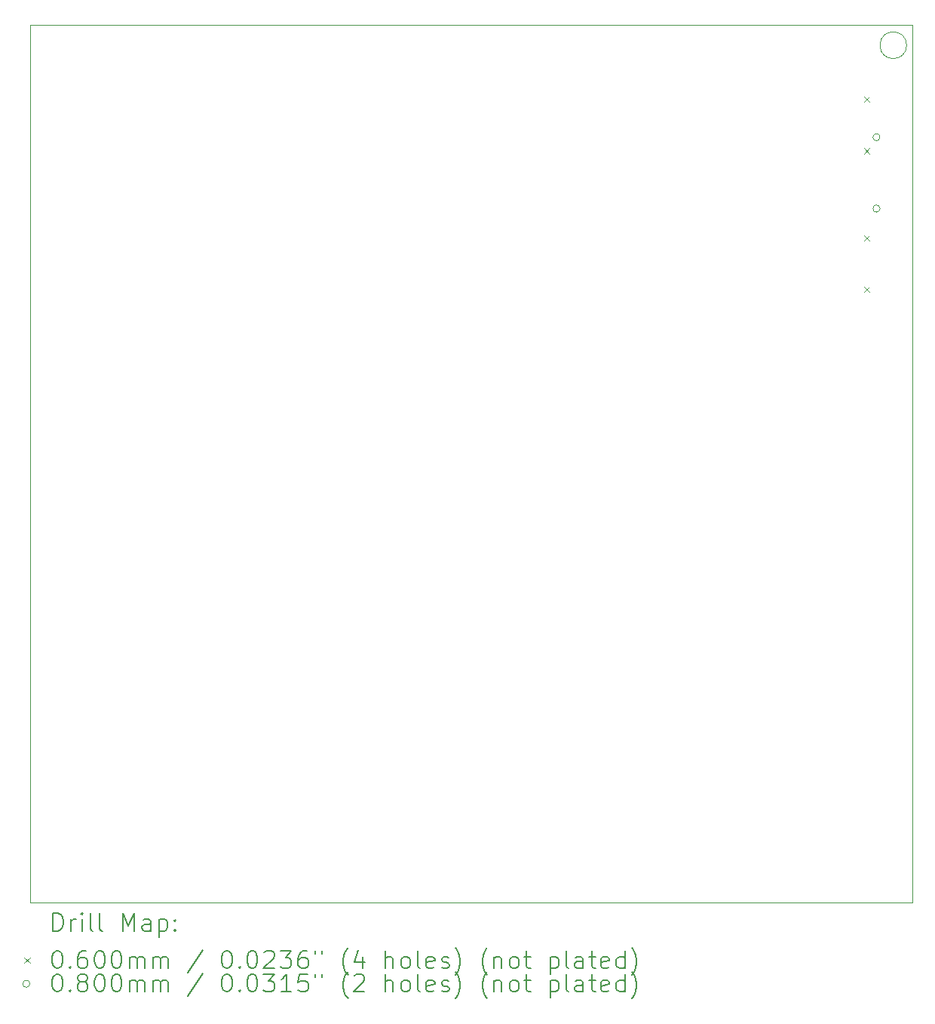
<source format=gbr>
%TF.GenerationSoftware,KiCad,Pcbnew,9.0.2-2.fc42*%
%TF.CreationDate,2025-07-05T18:11:29+03:00*%
%TF.ProjectId,QMTECH_XC7A100T-Expantion-Board,514d5445-4348-45f5-9843-374131303054,rev?*%
%TF.SameCoordinates,Original*%
%TF.FileFunction,Drillmap*%
%TF.FilePolarity,Positive*%
%FSLAX45Y45*%
G04 Gerber Fmt 4.5, Leading zero omitted, Abs format (unit mm)*
G04 Created by KiCad (PCBNEW 9.0.2-2.fc42) date 2025-07-05 18:11:29*
%MOMM*%
%LPD*%
G01*
G04 APERTURE LIST*
%ADD10C,0.100000*%
%ADD11C,0.200000*%
G04 APERTURE END LIST*
D10*
X15935960Y-4221480D02*
G75*
G02*
X15636240Y-4221480I-149860J0D01*
G01*
X15636240Y-4221480D02*
G75*
G02*
X15935960Y-4221480I149860J0D01*
G01*
X6096000Y-3991396D02*
X16002000Y-3991396D01*
X16002000Y-13843000D01*
X6096000Y-13843000D01*
X6096000Y-3991396D01*
D11*
D10*
X15460100Y-4799100D02*
X15520100Y-4859100D01*
X15520100Y-4799100D02*
X15460100Y-4859100D01*
X15460100Y-5377100D02*
X15520100Y-5437100D01*
X15520100Y-5377100D02*
X15460100Y-5437100D01*
X15460760Y-6356320D02*
X15520760Y-6416320D01*
X15520760Y-6356320D02*
X15460760Y-6416320D01*
X15460760Y-6934320D02*
X15520760Y-6994320D01*
X15520760Y-6934320D02*
X15460760Y-6994320D01*
X15637380Y-5253820D02*
G75*
G02*
X15557380Y-5253820I-40000J0D01*
G01*
X15557380Y-5253820D02*
G75*
G02*
X15637380Y-5253820I40000J0D01*
G01*
X15637380Y-6053820D02*
G75*
G02*
X15557380Y-6053820I-40000J0D01*
G01*
X15557380Y-6053820D02*
G75*
G02*
X15637380Y-6053820I40000J0D01*
G01*
D11*
X6351777Y-14159484D02*
X6351777Y-13959484D01*
X6351777Y-13959484D02*
X6399396Y-13959484D01*
X6399396Y-13959484D02*
X6427967Y-13969008D01*
X6427967Y-13969008D02*
X6447015Y-13988055D01*
X6447015Y-13988055D02*
X6456539Y-14007103D01*
X6456539Y-14007103D02*
X6466062Y-14045198D01*
X6466062Y-14045198D02*
X6466062Y-14073769D01*
X6466062Y-14073769D02*
X6456539Y-14111865D01*
X6456539Y-14111865D02*
X6447015Y-14130912D01*
X6447015Y-14130912D02*
X6427967Y-14149960D01*
X6427967Y-14149960D02*
X6399396Y-14159484D01*
X6399396Y-14159484D02*
X6351777Y-14159484D01*
X6551777Y-14159484D02*
X6551777Y-14026150D01*
X6551777Y-14064246D02*
X6561301Y-14045198D01*
X6561301Y-14045198D02*
X6570824Y-14035674D01*
X6570824Y-14035674D02*
X6589872Y-14026150D01*
X6589872Y-14026150D02*
X6608920Y-14026150D01*
X6675586Y-14159484D02*
X6675586Y-14026150D01*
X6675586Y-13959484D02*
X6666062Y-13969008D01*
X6666062Y-13969008D02*
X6675586Y-13978531D01*
X6675586Y-13978531D02*
X6685110Y-13969008D01*
X6685110Y-13969008D02*
X6675586Y-13959484D01*
X6675586Y-13959484D02*
X6675586Y-13978531D01*
X6799396Y-14159484D02*
X6780348Y-14149960D01*
X6780348Y-14149960D02*
X6770824Y-14130912D01*
X6770824Y-14130912D02*
X6770824Y-13959484D01*
X6904158Y-14159484D02*
X6885110Y-14149960D01*
X6885110Y-14149960D02*
X6875586Y-14130912D01*
X6875586Y-14130912D02*
X6875586Y-13959484D01*
X7132729Y-14159484D02*
X7132729Y-13959484D01*
X7132729Y-13959484D02*
X7199396Y-14102341D01*
X7199396Y-14102341D02*
X7266062Y-13959484D01*
X7266062Y-13959484D02*
X7266062Y-14159484D01*
X7447015Y-14159484D02*
X7447015Y-14054722D01*
X7447015Y-14054722D02*
X7437491Y-14035674D01*
X7437491Y-14035674D02*
X7418443Y-14026150D01*
X7418443Y-14026150D02*
X7380348Y-14026150D01*
X7380348Y-14026150D02*
X7361301Y-14035674D01*
X7447015Y-14149960D02*
X7427967Y-14159484D01*
X7427967Y-14159484D02*
X7380348Y-14159484D01*
X7380348Y-14159484D02*
X7361301Y-14149960D01*
X7361301Y-14149960D02*
X7351777Y-14130912D01*
X7351777Y-14130912D02*
X7351777Y-14111865D01*
X7351777Y-14111865D02*
X7361301Y-14092817D01*
X7361301Y-14092817D02*
X7380348Y-14083293D01*
X7380348Y-14083293D02*
X7427967Y-14083293D01*
X7427967Y-14083293D02*
X7447015Y-14073769D01*
X7542253Y-14026150D02*
X7542253Y-14226150D01*
X7542253Y-14035674D02*
X7561301Y-14026150D01*
X7561301Y-14026150D02*
X7599396Y-14026150D01*
X7599396Y-14026150D02*
X7618443Y-14035674D01*
X7618443Y-14035674D02*
X7627967Y-14045198D01*
X7627967Y-14045198D02*
X7637491Y-14064246D01*
X7637491Y-14064246D02*
X7637491Y-14121388D01*
X7637491Y-14121388D02*
X7627967Y-14140436D01*
X7627967Y-14140436D02*
X7618443Y-14149960D01*
X7618443Y-14149960D02*
X7599396Y-14159484D01*
X7599396Y-14159484D02*
X7561301Y-14159484D01*
X7561301Y-14159484D02*
X7542253Y-14149960D01*
X7723205Y-14140436D02*
X7732729Y-14149960D01*
X7732729Y-14149960D02*
X7723205Y-14159484D01*
X7723205Y-14159484D02*
X7713682Y-14149960D01*
X7713682Y-14149960D02*
X7723205Y-14140436D01*
X7723205Y-14140436D02*
X7723205Y-14159484D01*
X7723205Y-14035674D02*
X7732729Y-14045198D01*
X7732729Y-14045198D02*
X7723205Y-14054722D01*
X7723205Y-14054722D02*
X7713682Y-14045198D01*
X7713682Y-14045198D02*
X7723205Y-14035674D01*
X7723205Y-14035674D02*
X7723205Y-14054722D01*
D10*
X6031000Y-14458000D02*
X6091000Y-14518000D01*
X6091000Y-14458000D02*
X6031000Y-14518000D01*
D11*
X6389872Y-14379484D02*
X6408920Y-14379484D01*
X6408920Y-14379484D02*
X6427967Y-14389008D01*
X6427967Y-14389008D02*
X6437491Y-14398531D01*
X6437491Y-14398531D02*
X6447015Y-14417579D01*
X6447015Y-14417579D02*
X6456539Y-14455674D01*
X6456539Y-14455674D02*
X6456539Y-14503293D01*
X6456539Y-14503293D02*
X6447015Y-14541388D01*
X6447015Y-14541388D02*
X6437491Y-14560436D01*
X6437491Y-14560436D02*
X6427967Y-14569960D01*
X6427967Y-14569960D02*
X6408920Y-14579484D01*
X6408920Y-14579484D02*
X6389872Y-14579484D01*
X6389872Y-14579484D02*
X6370824Y-14569960D01*
X6370824Y-14569960D02*
X6361301Y-14560436D01*
X6361301Y-14560436D02*
X6351777Y-14541388D01*
X6351777Y-14541388D02*
X6342253Y-14503293D01*
X6342253Y-14503293D02*
X6342253Y-14455674D01*
X6342253Y-14455674D02*
X6351777Y-14417579D01*
X6351777Y-14417579D02*
X6361301Y-14398531D01*
X6361301Y-14398531D02*
X6370824Y-14389008D01*
X6370824Y-14389008D02*
X6389872Y-14379484D01*
X6542253Y-14560436D02*
X6551777Y-14569960D01*
X6551777Y-14569960D02*
X6542253Y-14579484D01*
X6542253Y-14579484D02*
X6532729Y-14569960D01*
X6532729Y-14569960D02*
X6542253Y-14560436D01*
X6542253Y-14560436D02*
X6542253Y-14579484D01*
X6723205Y-14379484D02*
X6685110Y-14379484D01*
X6685110Y-14379484D02*
X6666062Y-14389008D01*
X6666062Y-14389008D02*
X6656539Y-14398531D01*
X6656539Y-14398531D02*
X6637491Y-14427103D01*
X6637491Y-14427103D02*
X6627967Y-14465198D01*
X6627967Y-14465198D02*
X6627967Y-14541388D01*
X6627967Y-14541388D02*
X6637491Y-14560436D01*
X6637491Y-14560436D02*
X6647015Y-14569960D01*
X6647015Y-14569960D02*
X6666062Y-14579484D01*
X6666062Y-14579484D02*
X6704158Y-14579484D01*
X6704158Y-14579484D02*
X6723205Y-14569960D01*
X6723205Y-14569960D02*
X6732729Y-14560436D01*
X6732729Y-14560436D02*
X6742253Y-14541388D01*
X6742253Y-14541388D02*
X6742253Y-14493769D01*
X6742253Y-14493769D02*
X6732729Y-14474722D01*
X6732729Y-14474722D02*
X6723205Y-14465198D01*
X6723205Y-14465198D02*
X6704158Y-14455674D01*
X6704158Y-14455674D02*
X6666062Y-14455674D01*
X6666062Y-14455674D02*
X6647015Y-14465198D01*
X6647015Y-14465198D02*
X6637491Y-14474722D01*
X6637491Y-14474722D02*
X6627967Y-14493769D01*
X6866062Y-14379484D02*
X6885110Y-14379484D01*
X6885110Y-14379484D02*
X6904158Y-14389008D01*
X6904158Y-14389008D02*
X6913682Y-14398531D01*
X6913682Y-14398531D02*
X6923205Y-14417579D01*
X6923205Y-14417579D02*
X6932729Y-14455674D01*
X6932729Y-14455674D02*
X6932729Y-14503293D01*
X6932729Y-14503293D02*
X6923205Y-14541388D01*
X6923205Y-14541388D02*
X6913682Y-14560436D01*
X6913682Y-14560436D02*
X6904158Y-14569960D01*
X6904158Y-14569960D02*
X6885110Y-14579484D01*
X6885110Y-14579484D02*
X6866062Y-14579484D01*
X6866062Y-14579484D02*
X6847015Y-14569960D01*
X6847015Y-14569960D02*
X6837491Y-14560436D01*
X6837491Y-14560436D02*
X6827967Y-14541388D01*
X6827967Y-14541388D02*
X6818443Y-14503293D01*
X6818443Y-14503293D02*
X6818443Y-14455674D01*
X6818443Y-14455674D02*
X6827967Y-14417579D01*
X6827967Y-14417579D02*
X6837491Y-14398531D01*
X6837491Y-14398531D02*
X6847015Y-14389008D01*
X6847015Y-14389008D02*
X6866062Y-14379484D01*
X7056539Y-14379484D02*
X7075586Y-14379484D01*
X7075586Y-14379484D02*
X7094634Y-14389008D01*
X7094634Y-14389008D02*
X7104158Y-14398531D01*
X7104158Y-14398531D02*
X7113682Y-14417579D01*
X7113682Y-14417579D02*
X7123205Y-14455674D01*
X7123205Y-14455674D02*
X7123205Y-14503293D01*
X7123205Y-14503293D02*
X7113682Y-14541388D01*
X7113682Y-14541388D02*
X7104158Y-14560436D01*
X7104158Y-14560436D02*
X7094634Y-14569960D01*
X7094634Y-14569960D02*
X7075586Y-14579484D01*
X7075586Y-14579484D02*
X7056539Y-14579484D01*
X7056539Y-14579484D02*
X7037491Y-14569960D01*
X7037491Y-14569960D02*
X7027967Y-14560436D01*
X7027967Y-14560436D02*
X7018443Y-14541388D01*
X7018443Y-14541388D02*
X7008920Y-14503293D01*
X7008920Y-14503293D02*
X7008920Y-14455674D01*
X7008920Y-14455674D02*
X7018443Y-14417579D01*
X7018443Y-14417579D02*
X7027967Y-14398531D01*
X7027967Y-14398531D02*
X7037491Y-14389008D01*
X7037491Y-14389008D02*
X7056539Y-14379484D01*
X7208920Y-14579484D02*
X7208920Y-14446150D01*
X7208920Y-14465198D02*
X7218443Y-14455674D01*
X7218443Y-14455674D02*
X7237491Y-14446150D01*
X7237491Y-14446150D02*
X7266063Y-14446150D01*
X7266063Y-14446150D02*
X7285110Y-14455674D01*
X7285110Y-14455674D02*
X7294634Y-14474722D01*
X7294634Y-14474722D02*
X7294634Y-14579484D01*
X7294634Y-14474722D02*
X7304158Y-14455674D01*
X7304158Y-14455674D02*
X7323205Y-14446150D01*
X7323205Y-14446150D02*
X7351777Y-14446150D01*
X7351777Y-14446150D02*
X7370824Y-14455674D01*
X7370824Y-14455674D02*
X7380348Y-14474722D01*
X7380348Y-14474722D02*
X7380348Y-14579484D01*
X7475586Y-14579484D02*
X7475586Y-14446150D01*
X7475586Y-14465198D02*
X7485110Y-14455674D01*
X7485110Y-14455674D02*
X7504158Y-14446150D01*
X7504158Y-14446150D02*
X7532729Y-14446150D01*
X7532729Y-14446150D02*
X7551777Y-14455674D01*
X7551777Y-14455674D02*
X7561301Y-14474722D01*
X7561301Y-14474722D02*
X7561301Y-14579484D01*
X7561301Y-14474722D02*
X7570824Y-14455674D01*
X7570824Y-14455674D02*
X7589872Y-14446150D01*
X7589872Y-14446150D02*
X7618443Y-14446150D01*
X7618443Y-14446150D02*
X7637491Y-14455674D01*
X7637491Y-14455674D02*
X7647015Y-14474722D01*
X7647015Y-14474722D02*
X7647015Y-14579484D01*
X8037491Y-14369960D02*
X7866063Y-14627103D01*
X8294634Y-14379484D02*
X8313682Y-14379484D01*
X8313682Y-14379484D02*
X8332729Y-14389008D01*
X8332729Y-14389008D02*
X8342253Y-14398531D01*
X8342253Y-14398531D02*
X8351777Y-14417579D01*
X8351777Y-14417579D02*
X8361301Y-14455674D01*
X8361301Y-14455674D02*
X8361301Y-14503293D01*
X8361301Y-14503293D02*
X8351777Y-14541388D01*
X8351777Y-14541388D02*
X8342253Y-14560436D01*
X8342253Y-14560436D02*
X8332729Y-14569960D01*
X8332729Y-14569960D02*
X8313682Y-14579484D01*
X8313682Y-14579484D02*
X8294634Y-14579484D01*
X8294634Y-14579484D02*
X8275586Y-14569960D01*
X8275586Y-14569960D02*
X8266063Y-14560436D01*
X8266063Y-14560436D02*
X8256539Y-14541388D01*
X8256539Y-14541388D02*
X8247015Y-14503293D01*
X8247015Y-14503293D02*
X8247015Y-14455674D01*
X8247015Y-14455674D02*
X8256539Y-14417579D01*
X8256539Y-14417579D02*
X8266063Y-14398531D01*
X8266063Y-14398531D02*
X8275586Y-14389008D01*
X8275586Y-14389008D02*
X8294634Y-14379484D01*
X8447015Y-14560436D02*
X8456539Y-14569960D01*
X8456539Y-14569960D02*
X8447015Y-14579484D01*
X8447015Y-14579484D02*
X8437491Y-14569960D01*
X8437491Y-14569960D02*
X8447015Y-14560436D01*
X8447015Y-14560436D02*
X8447015Y-14579484D01*
X8580348Y-14379484D02*
X8599396Y-14379484D01*
X8599396Y-14379484D02*
X8618444Y-14389008D01*
X8618444Y-14389008D02*
X8627968Y-14398531D01*
X8627968Y-14398531D02*
X8637491Y-14417579D01*
X8637491Y-14417579D02*
X8647015Y-14455674D01*
X8647015Y-14455674D02*
X8647015Y-14503293D01*
X8647015Y-14503293D02*
X8637491Y-14541388D01*
X8637491Y-14541388D02*
X8627968Y-14560436D01*
X8627968Y-14560436D02*
X8618444Y-14569960D01*
X8618444Y-14569960D02*
X8599396Y-14579484D01*
X8599396Y-14579484D02*
X8580348Y-14579484D01*
X8580348Y-14579484D02*
X8561301Y-14569960D01*
X8561301Y-14569960D02*
X8551777Y-14560436D01*
X8551777Y-14560436D02*
X8542253Y-14541388D01*
X8542253Y-14541388D02*
X8532729Y-14503293D01*
X8532729Y-14503293D02*
X8532729Y-14455674D01*
X8532729Y-14455674D02*
X8542253Y-14417579D01*
X8542253Y-14417579D02*
X8551777Y-14398531D01*
X8551777Y-14398531D02*
X8561301Y-14389008D01*
X8561301Y-14389008D02*
X8580348Y-14379484D01*
X8723206Y-14398531D02*
X8732729Y-14389008D01*
X8732729Y-14389008D02*
X8751777Y-14379484D01*
X8751777Y-14379484D02*
X8799396Y-14379484D01*
X8799396Y-14379484D02*
X8818444Y-14389008D01*
X8818444Y-14389008D02*
X8827968Y-14398531D01*
X8827968Y-14398531D02*
X8837491Y-14417579D01*
X8837491Y-14417579D02*
X8837491Y-14436627D01*
X8837491Y-14436627D02*
X8827968Y-14465198D01*
X8827968Y-14465198D02*
X8713682Y-14579484D01*
X8713682Y-14579484D02*
X8837491Y-14579484D01*
X8904158Y-14379484D02*
X9027968Y-14379484D01*
X9027968Y-14379484D02*
X8961301Y-14455674D01*
X8961301Y-14455674D02*
X8989872Y-14455674D01*
X8989872Y-14455674D02*
X9008920Y-14465198D01*
X9008920Y-14465198D02*
X9018444Y-14474722D01*
X9018444Y-14474722D02*
X9027968Y-14493769D01*
X9027968Y-14493769D02*
X9027968Y-14541388D01*
X9027968Y-14541388D02*
X9018444Y-14560436D01*
X9018444Y-14560436D02*
X9008920Y-14569960D01*
X9008920Y-14569960D02*
X8989872Y-14579484D01*
X8989872Y-14579484D02*
X8932729Y-14579484D01*
X8932729Y-14579484D02*
X8913682Y-14569960D01*
X8913682Y-14569960D02*
X8904158Y-14560436D01*
X9199396Y-14379484D02*
X9161301Y-14379484D01*
X9161301Y-14379484D02*
X9142253Y-14389008D01*
X9142253Y-14389008D02*
X9132729Y-14398531D01*
X9132729Y-14398531D02*
X9113682Y-14427103D01*
X9113682Y-14427103D02*
X9104158Y-14465198D01*
X9104158Y-14465198D02*
X9104158Y-14541388D01*
X9104158Y-14541388D02*
X9113682Y-14560436D01*
X9113682Y-14560436D02*
X9123206Y-14569960D01*
X9123206Y-14569960D02*
X9142253Y-14579484D01*
X9142253Y-14579484D02*
X9180349Y-14579484D01*
X9180349Y-14579484D02*
X9199396Y-14569960D01*
X9199396Y-14569960D02*
X9208920Y-14560436D01*
X9208920Y-14560436D02*
X9218444Y-14541388D01*
X9218444Y-14541388D02*
X9218444Y-14493769D01*
X9218444Y-14493769D02*
X9208920Y-14474722D01*
X9208920Y-14474722D02*
X9199396Y-14465198D01*
X9199396Y-14465198D02*
X9180349Y-14455674D01*
X9180349Y-14455674D02*
X9142253Y-14455674D01*
X9142253Y-14455674D02*
X9123206Y-14465198D01*
X9123206Y-14465198D02*
X9113682Y-14474722D01*
X9113682Y-14474722D02*
X9104158Y-14493769D01*
X9294634Y-14379484D02*
X9294634Y-14417579D01*
X9370825Y-14379484D02*
X9370825Y-14417579D01*
X9666063Y-14655674D02*
X9656539Y-14646150D01*
X9656539Y-14646150D02*
X9637491Y-14617579D01*
X9637491Y-14617579D02*
X9627968Y-14598531D01*
X9627968Y-14598531D02*
X9618444Y-14569960D01*
X9618444Y-14569960D02*
X9608920Y-14522341D01*
X9608920Y-14522341D02*
X9608920Y-14484246D01*
X9608920Y-14484246D02*
X9618444Y-14436627D01*
X9618444Y-14436627D02*
X9627968Y-14408055D01*
X9627968Y-14408055D02*
X9637491Y-14389008D01*
X9637491Y-14389008D02*
X9656539Y-14360436D01*
X9656539Y-14360436D02*
X9666063Y-14350912D01*
X9827968Y-14446150D02*
X9827968Y-14579484D01*
X9780349Y-14369960D02*
X9732730Y-14512817D01*
X9732730Y-14512817D02*
X9856539Y-14512817D01*
X10085111Y-14579484D02*
X10085111Y-14379484D01*
X10170825Y-14579484D02*
X10170825Y-14474722D01*
X10170825Y-14474722D02*
X10161301Y-14455674D01*
X10161301Y-14455674D02*
X10142253Y-14446150D01*
X10142253Y-14446150D02*
X10113682Y-14446150D01*
X10113682Y-14446150D02*
X10094634Y-14455674D01*
X10094634Y-14455674D02*
X10085111Y-14465198D01*
X10294634Y-14579484D02*
X10275587Y-14569960D01*
X10275587Y-14569960D02*
X10266063Y-14560436D01*
X10266063Y-14560436D02*
X10256539Y-14541388D01*
X10256539Y-14541388D02*
X10256539Y-14484246D01*
X10256539Y-14484246D02*
X10266063Y-14465198D01*
X10266063Y-14465198D02*
X10275587Y-14455674D01*
X10275587Y-14455674D02*
X10294634Y-14446150D01*
X10294634Y-14446150D02*
X10323206Y-14446150D01*
X10323206Y-14446150D02*
X10342253Y-14455674D01*
X10342253Y-14455674D02*
X10351777Y-14465198D01*
X10351777Y-14465198D02*
X10361301Y-14484246D01*
X10361301Y-14484246D02*
X10361301Y-14541388D01*
X10361301Y-14541388D02*
X10351777Y-14560436D01*
X10351777Y-14560436D02*
X10342253Y-14569960D01*
X10342253Y-14569960D02*
X10323206Y-14579484D01*
X10323206Y-14579484D02*
X10294634Y-14579484D01*
X10475587Y-14579484D02*
X10456539Y-14569960D01*
X10456539Y-14569960D02*
X10447015Y-14550912D01*
X10447015Y-14550912D02*
X10447015Y-14379484D01*
X10627968Y-14569960D02*
X10608920Y-14579484D01*
X10608920Y-14579484D02*
X10570825Y-14579484D01*
X10570825Y-14579484D02*
X10551777Y-14569960D01*
X10551777Y-14569960D02*
X10542253Y-14550912D01*
X10542253Y-14550912D02*
X10542253Y-14474722D01*
X10542253Y-14474722D02*
X10551777Y-14455674D01*
X10551777Y-14455674D02*
X10570825Y-14446150D01*
X10570825Y-14446150D02*
X10608920Y-14446150D01*
X10608920Y-14446150D02*
X10627968Y-14455674D01*
X10627968Y-14455674D02*
X10637492Y-14474722D01*
X10637492Y-14474722D02*
X10637492Y-14493769D01*
X10637492Y-14493769D02*
X10542253Y-14512817D01*
X10713682Y-14569960D02*
X10732730Y-14579484D01*
X10732730Y-14579484D02*
X10770825Y-14579484D01*
X10770825Y-14579484D02*
X10789873Y-14569960D01*
X10789873Y-14569960D02*
X10799396Y-14550912D01*
X10799396Y-14550912D02*
X10799396Y-14541388D01*
X10799396Y-14541388D02*
X10789873Y-14522341D01*
X10789873Y-14522341D02*
X10770825Y-14512817D01*
X10770825Y-14512817D02*
X10742253Y-14512817D01*
X10742253Y-14512817D02*
X10723206Y-14503293D01*
X10723206Y-14503293D02*
X10713682Y-14484246D01*
X10713682Y-14484246D02*
X10713682Y-14474722D01*
X10713682Y-14474722D02*
X10723206Y-14455674D01*
X10723206Y-14455674D02*
X10742253Y-14446150D01*
X10742253Y-14446150D02*
X10770825Y-14446150D01*
X10770825Y-14446150D02*
X10789873Y-14455674D01*
X10866063Y-14655674D02*
X10875587Y-14646150D01*
X10875587Y-14646150D02*
X10894634Y-14617579D01*
X10894634Y-14617579D02*
X10904158Y-14598531D01*
X10904158Y-14598531D02*
X10913682Y-14569960D01*
X10913682Y-14569960D02*
X10923206Y-14522341D01*
X10923206Y-14522341D02*
X10923206Y-14484246D01*
X10923206Y-14484246D02*
X10913682Y-14436627D01*
X10913682Y-14436627D02*
X10904158Y-14408055D01*
X10904158Y-14408055D02*
X10894634Y-14389008D01*
X10894634Y-14389008D02*
X10875587Y-14360436D01*
X10875587Y-14360436D02*
X10866063Y-14350912D01*
X11227968Y-14655674D02*
X11218444Y-14646150D01*
X11218444Y-14646150D02*
X11199396Y-14617579D01*
X11199396Y-14617579D02*
X11189872Y-14598531D01*
X11189872Y-14598531D02*
X11180349Y-14569960D01*
X11180349Y-14569960D02*
X11170825Y-14522341D01*
X11170825Y-14522341D02*
X11170825Y-14484246D01*
X11170825Y-14484246D02*
X11180349Y-14436627D01*
X11180349Y-14436627D02*
X11189872Y-14408055D01*
X11189872Y-14408055D02*
X11199396Y-14389008D01*
X11199396Y-14389008D02*
X11218444Y-14360436D01*
X11218444Y-14360436D02*
X11227968Y-14350912D01*
X11304158Y-14446150D02*
X11304158Y-14579484D01*
X11304158Y-14465198D02*
X11313682Y-14455674D01*
X11313682Y-14455674D02*
X11332730Y-14446150D01*
X11332730Y-14446150D02*
X11361301Y-14446150D01*
X11361301Y-14446150D02*
X11380349Y-14455674D01*
X11380349Y-14455674D02*
X11389872Y-14474722D01*
X11389872Y-14474722D02*
X11389872Y-14579484D01*
X11513682Y-14579484D02*
X11494634Y-14569960D01*
X11494634Y-14569960D02*
X11485111Y-14560436D01*
X11485111Y-14560436D02*
X11475587Y-14541388D01*
X11475587Y-14541388D02*
X11475587Y-14484246D01*
X11475587Y-14484246D02*
X11485111Y-14465198D01*
X11485111Y-14465198D02*
X11494634Y-14455674D01*
X11494634Y-14455674D02*
X11513682Y-14446150D01*
X11513682Y-14446150D02*
X11542253Y-14446150D01*
X11542253Y-14446150D02*
X11561301Y-14455674D01*
X11561301Y-14455674D02*
X11570825Y-14465198D01*
X11570825Y-14465198D02*
X11580349Y-14484246D01*
X11580349Y-14484246D02*
X11580349Y-14541388D01*
X11580349Y-14541388D02*
X11570825Y-14560436D01*
X11570825Y-14560436D02*
X11561301Y-14569960D01*
X11561301Y-14569960D02*
X11542253Y-14579484D01*
X11542253Y-14579484D02*
X11513682Y-14579484D01*
X11637492Y-14446150D02*
X11713682Y-14446150D01*
X11666063Y-14379484D02*
X11666063Y-14550912D01*
X11666063Y-14550912D02*
X11675587Y-14569960D01*
X11675587Y-14569960D02*
X11694634Y-14579484D01*
X11694634Y-14579484D02*
X11713682Y-14579484D01*
X11932730Y-14446150D02*
X11932730Y-14646150D01*
X11932730Y-14455674D02*
X11951777Y-14446150D01*
X11951777Y-14446150D02*
X11989873Y-14446150D01*
X11989873Y-14446150D02*
X12008920Y-14455674D01*
X12008920Y-14455674D02*
X12018444Y-14465198D01*
X12018444Y-14465198D02*
X12027968Y-14484246D01*
X12027968Y-14484246D02*
X12027968Y-14541388D01*
X12027968Y-14541388D02*
X12018444Y-14560436D01*
X12018444Y-14560436D02*
X12008920Y-14569960D01*
X12008920Y-14569960D02*
X11989873Y-14579484D01*
X11989873Y-14579484D02*
X11951777Y-14579484D01*
X11951777Y-14579484D02*
X11932730Y-14569960D01*
X12142253Y-14579484D02*
X12123206Y-14569960D01*
X12123206Y-14569960D02*
X12113682Y-14550912D01*
X12113682Y-14550912D02*
X12113682Y-14379484D01*
X12304158Y-14579484D02*
X12304158Y-14474722D01*
X12304158Y-14474722D02*
X12294634Y-14455674D01*
X12294634Y-14455674D02*
X12275587Y-14446150D01*
X12275587Y-14446150D02*
X12237492Y-14446150D01*
X12237492Y-14446150D02*
X12218444Y-14455674D01*
X12304158Y-14569960D02*
X12285111Y-14579484D01*
X12285111Y-14579484D02*
X12237492Y-14579484D01*
X12237492Y-14579484D02*
X12218444Y-14569960D01*
X12218444Y-14569960D02*
X12208920Y-14550912D01*
X12208920Y-14550912D02*
X12208920Y-14531865D01*
X12208920Y-14531865D02*
X12218444Y-14512817D01*
X12218444Y-14512817D02*
X12237492Y-14503293D01*
X12237492Y-14503293D02*
X12285111Y-14503293D01*
X12285111Y-14503293D02*
X12304158Y-14493769D01*
X12370825Y-14446150D02*
X12447015Y-14446150D01*
X12399396Y-14379484D02*
X12399396Y-14550912D01*
X12399396Y-14550912D02*
X12408920Y-14569960D01*
X12408920Y-14569960D02*
X12427968Y-14579484D01*
X12427968Y-14579484D02*
X12447015Y-14579484D01*
X12589873Y-14569960D02*
X12570825Y-14579484D01*
X12570825Y-14579484D02*
X12532730Y-14579484D01*
X12532730Y-14579484D02*
X12513682Y-14569960D01*
X12513682Y-14569960D02*
X12504158Y-14550912D01*
X12504158Y-14550912D02*
X12504158Y-14474722D01*
X12504158Y-14474722D02*
X12513682Y-14455674D01*
X12513682Y-14455674D02*
X12532730Y-14446150D01*
X12532730Y-14446150D02*
X12570825Y-14446150D01*
X12570825Y-14446150D02*
X12589873Y-14455674D01*
X12589873Y-14455674D02*
X12599396Y-14474722D01*
X12599396Y-14474722D02*
X12599396Y-14493769D01*
X12599396Y-14493769D02*
X12504158Y-14512817D01*
X12770825Y-14579484D02*
X12770825Y-14379484D01*
X12770825Y-14569960D02*
X12751777Y-14579484D01*
X12751777Y-14579484D02*
X12713682Y-14579484D01*
X12713682Y-14579484D02*
X12694634Y-14569960D01*
X12694634Y-14569960D02*
X12685111Y-14560436D01*
X12685111Y-14560436D02*
X12675587Y-14541388D01*
X12675587Y-14541388D02*
X12675587Y-14484246D01*
X12675587Y-14484246D02*
X12685111Y-14465198D01*
X12685111Y-14465198D02*
X12694634Y-14455674D01*
X12694634Y-14455674D02*
X12713682Y-14446150D01*
X12713682Y-14446150D02*
X12751777Y-14446150D01*
X12751777Y-14446150D02*
X12770825Y-14455674D01*
X12847015Y-14655674D02*
X12856539Y-14646150D01*
X12856539Y-14646150D02*
X12875587Y-14617579D01*
X12875587Y-14617579D02*
X12885111Y-14598531D01*
X12885111Y-14598531D02*
X12894634Y-14569960D01*
X12894634Y-14569960D02*
X12904158Y-14522341D01*
X12904158Y-14522341D02*
X12904158Y-14484246D01*
X12904158Y-14484246D02*
X12894634Y-14436627D01*
X12894634Y-14436627D02*
X12885111Y-14408055D01*
X12885111Y-14408055D02*
X12875587Y-14389008D01*
X12875587Y-14389008D02*
X12856539Y-14360436D01*
X12856539Y-14360436D02*
X12847015Y-14350912D01*
D10*
X6091000Y-14752000D02*
G75*
G02*
X6011000Y-14752000I-40000J0D01*
G01*
X6011000Y-14752000D02*
G75*
G02*
X6091000Y-14752000I40000J0D01*
G01*
D11*
X6389872Y-14643484D02*
X6408920Y-14643484D01*
X6408920Y-14643484D02*
X6427967Y-14653008D01*
X6427967Y-14653008D02*
X6437491Y-14662531D01*
X6437491Y-14662531D02*
X6447015Y-14681579D01*
X6447015Y-14681579D02*
X6456539Y-14719674D01*
X6456539Y-14719674D02*
X6456539Y-14767293D01*
X6456539Y-14767293D02*
X6447015Y-14805388D01*
X6447015Y-14805388D02*
X6437491Y-14824436D01*
X6437491Y-14824436D02*
X6427967Y-14833960D01*
X6427967Y-14833960D02*
X6408920Y-14843484D01*
X6408920Y-14843484D02*
X6389872Y-14843484D01*
X6389872Y-14843484D02*
X6370824Y-14833960D01*
X6370824Y-14833960D02*
X6361301Y-14824436D01*
X6361301Y-14824436D02*
X6351777Y-14805388D01*
X6351777Y-14805388D02*
X6342253Y-14767293D01*
X6342253Y-14767293D02*
X6342253Y-14719674D01*
X6342253Y-14719674D02*
X6351777Y-14681579D01*
X6351777Y-14681579D02*
X6361301Y-14662531D01*
X6361301Y-14662531D02*
X6370824Y-14653008D01*
X6370824Y-14653008D02*
X6389872Y-14643484D01*
X6542253Y-14824436D02*
X6551777Y-14833960D01*
X6551777Y-14833960D02*
X6542253Y-14843484D01*
X6542253Y-14843484D02*
X6532729Y-14833960D01*
X6532729Y-14833960D02*
X6542253Y-14824436D01*
X6542253Y-14824436D02*
X6542253Y-14843484D01*
X6666062Y-14729198D02*
X6647015Y-14719674D01*
X6647015Y-14719674D02*
X6637491Y-14710150D01*
X6637491Y-14710150D02*
X6627967Y-14691103D01*
X6627967Y-14691103D02*
X6627967Y-14681579D01*
X6627967Y-14681579D02*
X6637491Y-14662531D01*
X6637491Y-14662531D02*
X6647015Y-14653008D01*
X6647015Y-14653008D02*
X6666062Y-14643484D01*
X6666062Y-14643484D02*
X6704158Y-14643484D01*
X6704158Y-14643484D02*
X6723205Y-14653008D01*
X6723205Y-14653008D02*
X6732729Y-14662531D01*
X6732729Y-14662531D02*
X6742253Y-14681579D01*
X6742253Y-14681579D02*
X6742253Y-14691103D01*
X6742253Y-14691103D02*
X6732729Y-14710150D01*
X6732729Y-14710150D02*
X6723205Y-14719674D01*
X6723205Y-14719674D02*
X6704158Y-14729198D01*
X6704158Y-14729198D02*
X6666062Y-14729198D01*
X6666062Y-14729198D02*
X6647015Y-14738722D01*
X6647015Y-14738722D02*
X6637491Y-14748246D01*
X6637491Y-14748246D02*
X6627967Y-14767293D01*
X6627967Y-14767293D02*
X6627967Y-14805388D01*
X6627967Y-14805388D02*
X6637491Y-14824436D01*
X6637491Y-14824436D02*
X6647015Y-14833960D01*
X6647015Y-14833960D02*
X6666062Y-14843484D01*
X6666062Y-14843484D02*
X6704158Y-14843484D01*
X6704158Y-14843484D02*
X6723205Y-14833960D01*
X6723205Y-14833960D02*
X6732729Y-14824436D01*
X6732729Y-14824436D02*
X6742253Y-14805388D01*
X6742253Y-14805388D02*
X6742253Y-14767293D01*
X6742253Y-14767293D02*
X6732729Y-14748246D01*
X6732729Y-14748246D02*
X6723205Y-14738722D01*
X6723205Y-14738722D02*
X6704158Y-14729198D01*
X6866062Y-14643484D02*
X6885110Y-14643484D01*
X6885110Y-14643484D02*
X6904158Y-14653008D01*
X6904158Y-14653008D02*
X6913682Y-14662531D01*
X6913682Y-14662531D02*
X6923205Y-14681579D01*
X6923205Y-14681579D02*
X6932729Y-14719674D01*
X6932729Y-14719674D02*
X6932729Y-14767293D01*
X6932729Y-14767293D02*
X6923205Y-14805388D01*
X6923205Y-14805388D02*
X6913682Y-14824436D01*
X6913682Y-14824436D02*
X6904158Y-14833960D01*
X6904158Y-14833960D02*
X6885110Y-14843484D01*
X6885110Y-14843484D02*
X6866062Y-14843484D01*
X6866062Y-14843484D02*
X6847015Y-14833960D01*
X6847015Y-14833960D02*
X6837491Y-14824436D01*
X6837491Y-14824436D02*
X6827967Y-14805388D01*
X6827967Y-14805388D02*
X6818443Y-14767293D01*
X6818443Y-14767293D02*
X6818443Y-14719674D01*
X6818443Y-14719674D02*
X6827967Y-14681579D01*
X6827967Y-14681579D02*
X6837491Y-14662531D01*
X6837491Y-14662531D02*
X6847015Y-14653008D01*
X6847015Y-14653008D02*
X6866062Y-14643484D01*
X7056539Y-14643484D02*
X7075586Y-14643484D01*
X7075586Y-14643484D02*
X7094634Y-14653008D01*
X7094634Y-14653008D02*
X7104158Y-14662531D01*
X7104158Y-14662531D02*
X7113682Y-14681579D01*
X7113682Y-14681579D02*
X7123205Y-14719674D01*
X7123205Y-14719674D02*
X7123205Y-14767293D01*
X7123205Y-14767293D02*
X7113682Y-14805388D01*
X7113682Y-14805388D02*
X7104158Y-14824436D01*
X7104158Y-14824436D02*
X7094634Y-14833960D01*
X7094634Y-14833960D02*
X7075586Y-14843484D01*
X7075586Y-14843484D02*
X7056539Y-14843484D01*
X7056539Y-14843484D02*
X7037491Y-14833960D01*
X7037491Y-14833960D02*
X7027967Y-14824436D01*
X7027967Y-14824436D02*
X7018443Y-14805388D01*
X7018443Y-14805388D02*
X7008920Y-14767293D01*
X7008920Y-14767293D02*
X7008920Y-14719674D01*
X7008920Y-14719674D02*
X7018443Y-14681579D01*
X7018443Y-14681579D02*
X7027967Y-14662531D01*
X7027967Y-14662531D02*
X7037491Y-14653008D01*
X7037491Y-14653008D02*
X7056539Y-14643484D01*
X7208920Y-14843484D02*
X7208920Y-14710150D01*
X7208920Y-14729198D02*
X7218443Y-14719674D01*
X7218443Y-14719674D02*
X7237491Y-14710150D01*
X7237491Y-14710150D02*
X7266063Y-14710150D01*
X7266063Y-14710150D02*
X7285110Y-14719674D01*
X7285110Y-14719674D02*
X7294634Y-14738722D01*
X7294634Y-14738722D02*
X7294634Y-14843484D01*
X7294634Y-14738722D02*
X7304158Y-14719674D01*
X7304158Y-14719674D02*
X7323205Y-14710150D01*
X7323205Y-14710150D02*
X7351777Y-14710150D01*
X7351777Y-14710150D02*
X7370824Y-14719674D01*
X7370824Y-14719674D02*
X7380348Y-14738722D01*
X7380348Y-14738722D02*
X7380348Y-14843484D01*
X7475586Y-14843484D02*
X7475586Y-14710150D01*
X7475586Y-14729198D02*
X7485110Y-14719674D01*
X7485110Y-14719674D02*
X7504158Y-14710150D01*
X7504158Y-14710150D02*
X7532729Y-14710150D01*
X7532729Y-14710150D02*
X7551777Y-14719674D01*
X7551777Y-14719674D02*
X7561301Y-14738722D01*
X7561301Y-14738722D02*
X7561301Y-14843484D01*
X7561301Y-14738722D02*
X7570824Y-14719674D01*
X7570824Y-14719674D02*
X7589872Y-14710150D01*
X7589872Y-14710150D02*
X7618443Y-14710150D01*
X7618443Y-14710150D02*
X7637491Y-14719674D01*
X7637491Y-14719674D02*
X7647015Y-14738722D01*
X7647015Y-14738722D02*
X7647015Y-14843484D01*
X8037491Y-14633960D02*
X7866063Y-14891103D01*
X8294634Y-14643484D02*
X8313682Y-14643484D01*
X8313682Y-14643484D02*
X8332729Y-14653008D01*
X8332729Y-14653008D02*
X8342253Y-14662531D01*
X8342253Y-14662531D02*
X8351777Y-14681579D01*
X8351777Y-14681579D02*
X8361301Y-14719674D01*
X8361301Y-14719674D02*
X8361301Y-14767293D01*
X8361301Y-14767293D02*
X8351777Y-14805388D01*
X8351777Y-14805388D02*
X8342253Y-14824436D01*
X8342253Y-14824436D02*
X8332729Y-14833960D01*
X8332729Y-14833960D02*
X8313682Y-14843484D01*
X8313682Y-14843484D02*
X8294634Y-14843484D01*
X8294634Y-14843484D02*
X8275586Y-14833960D01*
X8275586Y-14833960D02*
X8266063Y-14824436D01*
X8266063Y-14824436D02*
X8256539Y-14805388D01*
X8256539Y-14805388D02*
X8247015Y-14767293D01*
X8247015Y-14767293D02*
X8247015Y-14719674D01*
X8247015Y-14719674D02*
X8256539Y-14681579D01*
X8256539Y-14681579D02*
X8266063Y-14662531D01*
X8266063Y-14662531D02*
X8275586Y-14653008D01*
X8275586Y-14653008D02*
X8294634Y-14643484D01*
X8447015Y-14824436D02*
X8456539Y-14833960D01*
X8456539Y-14833960D02*
X8447015Y-14843484D01*
X8447015Y-14843484D02*
X8437491Y-14833960D01*
X8437491Y-14833960D02*
X8447015Y-14824436D01*
X8447015Y-14824436D02*
X8447015Y-14843484D01*
X8580348Y-14643484D02*
X8599396Y-14643484D01*
X8599396Y-14643484D02*
X8618444Y-14653008D01*
X8618444Y-14653008D02*
X8627968Y-14662531D01*
X8627968Y-14662531D02*
X8637491Y-14681579D01*
X8637491Y-14681579D02*
X8647015Y-14719674D01*
X8647015Y-14719674D02*
X8647015Y-14767293D01*
X8647015Y-14767293D02*
X8637491Y-14805388D01*
X8637491Y-14805388D02*
X8627968Y-14824436D01*
X8627968Y-14824436D02*
X8618444Y-14833960D01*
X8618444Y-14833960D02*
X8599396Y-14843484D01*
X8599396Y-14843484D02*
X8580348Y-14843484D01*
X8580348Y-14843484D02*
X8561301Y-14833960D01*
X8561301Y-14833960D02*
X8551777Y-14824436D01*
X8551777Y-14824436D02*
X8542253Y-14805388D01*
X8542253Y-14805388D02*
X8532729Y-14767293D01*
X8532729Y-14767293D02*
X8532729Y-14719674D01*
X8532729Y-14719674D02*
X8542253Y-14681579D01*
X8542253Y-14681579D02*
X8551777Y-14662531D01*
X8551777Y-14662531D02*
X8561301Y-14653008D01*
X8561301Y-14653008D02*
X8580348Y-14643484D01*
X8713682Y-14643484D02*
X8837491Y-14643484D01*
X8837491Y-14643484D02*
X8770825Y-14719674D01*
X8770825Y-14719674D02*
X8799396Y-14719674D01*
X8799396Y-14719674D02*
X8818444Y-14729198D01*
X8818444Y-14729198D02*
X8827968Y-14738722D01*
X8827968Y-14738722D02*
X8837491Y-14757769D01*
X8837491Y-14757769D02*
X8837491Y-14805388D01*
X8837491Y-14805388D02*
X8827968Y-14824436D01*
X8827968Y-14824436D02*
X8818444Y-14833960D01*
X8818444Y-14833960D02*
X8799396Y-14843484D01*
X8799396Y-14843484D02*
X8742253Y-14843484D01*
X8742253Y-14843484D02*
X8723206Y-14833960D01*
X8723206Y-14833960D02*
X8713682Y-14824436D01*
X9027968Y-14843484D02*
X8913682Y-14843484D01*
X8970825Y-14843484D02*
X8970825Y-14643484D01*
X8970825Y-14643484D02*
X8951777Y-14672055D01*
X8951777Y-14672055D02*
X8932729Y-14691103D01*
X8932729Y-14691103D02*
X8913682Y-14700627D01*
X9208920Y-14643484D02*
X9113682Y-14643484D01*
X9113682Y-14643484D02*
X9104158Y-14738722D01*
X9104158Y-14738722D02*
X9113682Y-14729198D01*
X9113682Y-14729198D02*
X9132729Y-14719674D01*
X9132729Y-14719674D02*
X9180349Y-14719674D01*
X9180349Y-14719674D02*
X9199396Y-14729198D01*
X9199396Y-14729198D02*
X9208920Y-14738722D01*
X9208920Y-14738722D02*
X9218444Y-14757769D01*
X9218444Y-14757769D02*
X9218444Y-14805388D01*
X9218444Y-14805388D02*
X9208920Y-14824436D01*
X9208920Y-14824436D02*
X9199396Y-14833960D01*
X9199396Y-14833960D02*
X9180349Y-14843484D01*
X9180349Y-14843484D02*
X9132729Y-14843484D01*
X9132729Y-14843484D02*
X9113682Y-14833960D01*
X9113682Y-14833960D02*
X9104158Y-14824436D01*
X9294634Y-14643484D02*
X9294634Y-14681579D01*
X9370825Y-14643484D02*
X9370825Y-14681579D01*
X9666063Y-14919674D02*
X9656539Y-14910150D01*
X9656539Y-14910150D02*
X9637491Y-14881579D01*
X9637491Y-14881579D02*
X9627968Y-14862531D01*
X9627968Y-14862531D02*
X9618444Y-14833960D01*
X9618444Y-14833960D02*
X9608920Y-14786341D01*
X9608920Y-14786341D02*
X9608920Y-14748246D01*
X9608920Y-14748246D02*
X9618444Y-14700627D01*
X9618444Y-14700627D02*
X9627968Y-14672055D01*
X9627968Y-14672055D02*
X9637491Y-14653008D01*
X9637491Y-14653008D02*
X9656539Y-14624436D01*
X9656539Y-14624436D02*
X9666063Y-14614912D01*
X9732730Y-14662531D02*
X9742253Y-14653008D01*
X9742253Y-14653008D02*
X9761301Y-14643484D01*
X9761301Y-14643484D02*
X9808920Y-14643484D01*
X9808920Y-14643484D02*
X9827968Y-14653008D01*
X9827968Y-14653008D02*
X9837491Y-14662531D01*
X9837491Y-14662531D02*
X9847015Y-14681579D01*
X9847015Y-14681579D02*
X9847015Y-14700627D01*
X9847015Y-14700627D02*
X9837491Y-14729198D01*
X9837491Y-14729198D02*
X9723206Y-14843484D01*
X9723206Y-14843484D02*
X9847015Y-14843484D01*
X10085111Y-14843484D02*
X10085111Y-14643484D01*
X10170825Y-14843484D02*
X10170825Y-14738722D01*
X10170825Y-14738722D02*
X10161301Y-14719674D01*
X10161301Y-14719674D02*
X10142253Y-14710150D01*
X10142253Y-14710150D02*
X10113682Y-14710150D01*
X10113682Y-14710150D02*
X10094634Y-14719674D01*
X10094634Y-14719674D02*
X10085111Y-14729198D01*
X10294634Y-14843484D02*
X10275587Y-14833960D01*
X10275587Y-14833960D02*
X10266063Y-14824436D01*
X10266063Y-14824436D02*
X10256539Y-14805388D01*
X10256539Y-14805388D02*
X10256539Y-14748246D01*
X10256539Y-14748246D02*
X10266063Y-14729198D01*
X10266063Y-14729198D02*
X10275587Y-14719674D01*
X10275587Y-14719674D02*
X10294634Y-14710150D01*
X10294634Y-14710150D02*
X10323206Y-14710150D01*
X10323206Y-14710150D02*
X10342253Y-14719674D01*
X10342253Y-14719674D02*
X10351777Y-14729198D01*
X10351777Y-14729198D02*
X10361301Y-14748246D01*
X10361301Y-14748246D02*
X10361301Y-14805388D01*
X10361301Y-14805388D02*
X10351777Y-14824436D01*
X10351777Y-14824436D02*
X10342253Y-14833960D01*
X10342253Y-14833960D02*
X10323206Y-14843484D01*
X10323206Y-14843484D02*
X10294634Y-14843484D01*
X10475587Y-14843484D02*
X10456539Y-14833960D01*
X10456539Y-14833960D02*
X10447015Y-14814912D01*
X10447015Y-14814912D02*
X10447015Y-14643484D01*
X10627968Y-14833960D02*
X10608920Y-14843484D01*
X10608920Y-14843484D02*
X10570825Y-14843484D01*
X10570825Y-14843484D02*
X10551777Y-14833960D01*
X10551777Y-14833960D02*
X10542253Y-14814912D01*
X10542253Y-14814912D02*
X10542253Y-14738722D01*
X10542253Y-14738722D02*
X10551777Y-14719674D01*
X10551777Y-14719674D02*
X10570825Y-14710150D01*
X10570825Y-14710150D02*
X10608920Y-14710150D01*
X10608920Y-14710150D02*
X10627968Y-14719674D01*
X10627968Y-14719674D02*
X10637492Y-14738722D01*
X10637492Y-14738722D02*
X10637492Y-14757769D01*
X10637492Y-14757769D02*
X10542253Y-14776817D01*
X10713682Y-14833960D02*
X10732730Y-14843484D01*
X10732730Y-14843484D02*
X10770825Y-14843484D01*
X10770825Y-14843484D02*
X10789873Y-14833960D01*
X10789873Y-14833960D02*
X10799396Y-14814912D01*
X10799396Y-14814912D02*
X10799396Y-14805388D01*
X10799396Y-14805388D02*
X10789873Y-14786341D01*
X10789873Y-14786341D02*
X10770825Y-14776817D01*
X10770825Y-14776817D02*
X10742253Y-14776817D01*
X10742253Y-14776817D02*
X10723206Y-14767293D01*
X10723206Y-14767293D02*
X10713682Y-14748246D01*
X10713682Y-14748246D02*
X10713682Y-14738722D01*
X10713682Y-14738722D02*
X10723206Y-14719674D01*
X10723206Y-14719674D02*
X10742253Y-14710150D01*
X10742253Y-14710150D02*
X10770825Y-14710150D01*
X10770825Y-14710150D02*
X10789873Y-14719674D01*
X10866063Y-14919674D02*
X10875587Y-14910150D01*
X10875587Y-14910150D02*
X10894634Y-14881579D01*
X10894634Y-14881579D02*
X10904158Y-14862531D01*
X10904158Y-14862531D02*
X10913682Y-14833960D01*
X10913682Y-14833960D02*
X10923206Y-14786341D01*
X10923206Y-14786341D02*
X10923206Y-14748246D01*
X10923206Y-14748246D02*
X10913682Y-14700627D01*
X10913682Y-14700627D02*
X10904158Y-14672055D01*
X10904158Y-14672055D02*
X10894634Y-14653008D01*
X10894634Y-14653008D02*
X10875587Y-14624436D01*
X10875587Y-14624436D02*
X10866063Y-14614912D01*
X11227968Y-14919674D02*
X11218444Y-14910150D01*
X11218444Y-14910150D02*
X11199396Y-14881579D01*
X11199396Y-14881579D02*
X11189872Y-14862531D01*
X11189872Y-14862531D02*
X11180349Y-14833960D01*
X11180349Y-14833960D02*
X11170825Y-14786341D01*
X11170825Y-14786341D02*
X11170825Y-14748246D01*
X11170825Y-14748246D02*
X11180349Y-14700627D01*
X11180349Y-14700627D02*
X11189872Y-14672055D01*
X11189872Y-14672055D02*
X11199396Y-14653008D01*
X11199396Y-14653008D02*
X11218444Y-14624436D01*
X11218444Y-14624436D02*
X11227968Y-14614912D01*
X11304158Y-14710150D02*
X11304158Y-14843484D01*
X11304158Y-14729198D02*
X11313682Y-14719674D01*
X11313682Y-14719674D02*
X11332730Y-14710150D01*
X11332730Y-14710150D02*
X11361301Y-14710150D01*
X11361301Y-14710150D02*
X11380349Y-14719674D01*
X11380349Y-14719674D02*
X11389872Y-14738722D01*
X11389872Y-14738722D02*
X11389872Y-14843484D01*
X11513682Y-14843484D02*
X11494634Y-14833960D01*
X11494634Y-14833960D02*
X11485111Y-14824436D01*
X11485111Y-14824436D02*
X11475587Y-14805388D01*
X11475587Y-14805388D02*
X11475587Y-14748246D01*
X11475587Y-14748246D02*
X11485111Y-14729198D01*
X11485111Y-14729198D02*
X11494634Y-14719674D01*
X11494634Y-14719674D02*
X11513682Y-14710150D01*
X11513682Y-14710150D02*
X11542253Y-14710150D01*
X11542253Y-14710150D02*
X11561301Y-14719674D01*
X11561301Y-14719674D02*
X11570825Y-14729198D01*
X11570825Y-14729198D02*
X11580349Y-14748246D01*
X11580349Y-14748246D02*
X11580349Y-14805388D01*
X11580349Y-14805388D02*
X11570825Y-14824436D01*
X11570825Y-14824436D02*
X11561301Y-14833960D01*
X11561301Y-14833960D02*
X11542253Y-14843484D01*
X11542253Y-14843484D02*
X11513682Y-14843484D01*
X11637492Y-14710150D02*
X11713682Y-14710150D01*
X11666063Y-14643484D02*
X11666063Y-14814912D01*
X11666063Y-14814912D02*
X11675587Y-14833960D01*
X11675587Y-14833960D02*
X11694634Y-14843484D01*
X11694634Y-14843484D02*
X11713682Y-14843484D01*
X11932730Y-14710150D02*
X11932730Y-14910150D01*
X11932730Y-14719674D02*
X11951777Y-14710150D01*
X11951777Y-14710150D02*
X11989873Y-14710150D01*
X11989873Y-14710150D02*
X12008920Y-14719674D01*
X12008920Y-14719674D02*
X12018444Y-14729198D01*
X12018444Y-14729198D02*
X12027968Y-14748246D01*
X12027968Y-14748246D02*
X12027968Y-14805388D01*
X12027968Y-14805388D02*
X12018444Y-14824436D01*
X12018444Y-14824436D02*
X12008920Y-14833960D01*
X12008920Y-14833960D02*
X11989873Y-14843484D01*
X11989873Y-14843484D02*
X11951777Y-14843484D01*
X11951777Y-14843484D02*
X11932730Y-14833960D01*
X12142253Y-14843484D02*
X12123206Y-14833960D01*
X12123206Y-14833960D02*
X12113682Y-14814912D01*
X12113682Y-14814912D02*
X12113682Y-14643484D01*
X12304158Y-14843484D02*
X12304158Y-14738722D01*
X12304158Y-14738722D02*
X12294634Y-14719674D01*
X12294634Y-14719674D02*
X12275587Y-14710150D01*
X12275587Y-14710150D02*
X12237492Y-14710150D01*
X12237492Y-14710150D02*
X12218444Y-14719674D01*
X12304158Y-14833960D02*
X12285111Y-14843484D01*
X12285111Y-14843484D02*
X12237492Y-14843484D01*
X12237492Y-14843484D02*
X12218444Y-14833960D01*
X12218444Y-14833960D02*
X12208920Y-14814912D01*
X12208920Y-14814912D02*
X12208920Y-14795865D01*
X12208920Y-14795865D02*
X12218444Y-14776817D01*
X12218444Y-14776817D02*
X12237492Y-14767293D01*
X12237492Y-14767293D02*
X12285111Y-14767293D01*
X12285111Y-14767293D02*
X12304158Y-14757769D01*
X12370825Y-14710150D02*
X12447015Y-14710150D01*
X12399396Y-14643484D02*
X12399396Y-14814912D01*
X12399396Y-14814912D02*
X12408920Y-14833960D01*
X12408920Y-14833960D02*
X12427968Y-14843484D01*
X12427968Y-14843484D02*
X12447015Y-14843484D01*
X12589873Y-14833960D02*
X12570825Y-14843484D01*
X12570825Y-14843484D02*
X12532730Y-14843484D01*
X12532730Y-14843484D02*
X12513682Y-14833960D01*
X12513682Y-14833960D02*
X12504158Y-14814912D01*
X12504158Y-14814912D02*
X12504158Y-14738722D01*
X12504158Y-14738722D02*
X12513682Y-14719674D01*
X12513682Y-14719674D02*
X12532730Y-14710150D01*
X12532730Y-14710150D02*
X12570825Y-14710150D01*
X12570825Y-14710150D02*
X12589873Y-14719674D01*
X12589873Y-14719674D02*
X12599396Y-14738722D01*
X12599396Y-14738722D02*
X12599396Y-14757769D01*
X12599396Y-14757769D02*
X12504158Y-14776817D01*
X12770825Y-14843484D02*
X12770825Y-14643484D01*
X12770825Y-14833960D02*
X12751777Y-14843484D01*
X12751777Y-14843484D02*
X12713682Y-14843484D01*
X12713682Y-14843484D02*
X12694634Y-14833960D01*
X12694634Y-14833960D02*
X12685111Y-14824436D01*
X12685111Y-14824436D02*
X12675587Y-14805388D01*
X12675587Y-14805388D02*
X12675587Y-14748246D01*
X12675587Y-14748246D02*
X12685111Y-14729198D01*
X12685111Y-14729198D02*
X12694634Y-14719674D01*
X12694634Y-14719674D02*
X12713682Y-14710150D01*
X12713682Y-14710150D02*
X12751777Y-14710150D01*
X12751777Y-14710150D02*
X12770825Y-14719674D01*
X12847015Y-14919674D02*
X12856539Y-14910150D01*
X12856539Y-14910150D02*
X12875587Y-14881579D01*
X12875587Y-14881579D02*
X12885111Y-14862531D01*
X12885111Y-14862531D02*
X12894634Y-14833960D01*
X12894634Y-14833960D02*
X12904158Y-14786341D01*
X12904158Y-14786341D02*
X12904158Y-14748246D01*
X12904158Y-14748246D02*
X12894634Y-14700627D01*
X12894634Y-14700627D02*
X12885111Y-14672055D01*
X12885111Y-14672055D02*
X12875587Y-14653008D01*
X12875587Y-14653008D02*
X12856539Y-14624436D01*
X12856539Y-14624436D02*
X12847015Y-14614912D01*
M02*

</source>
